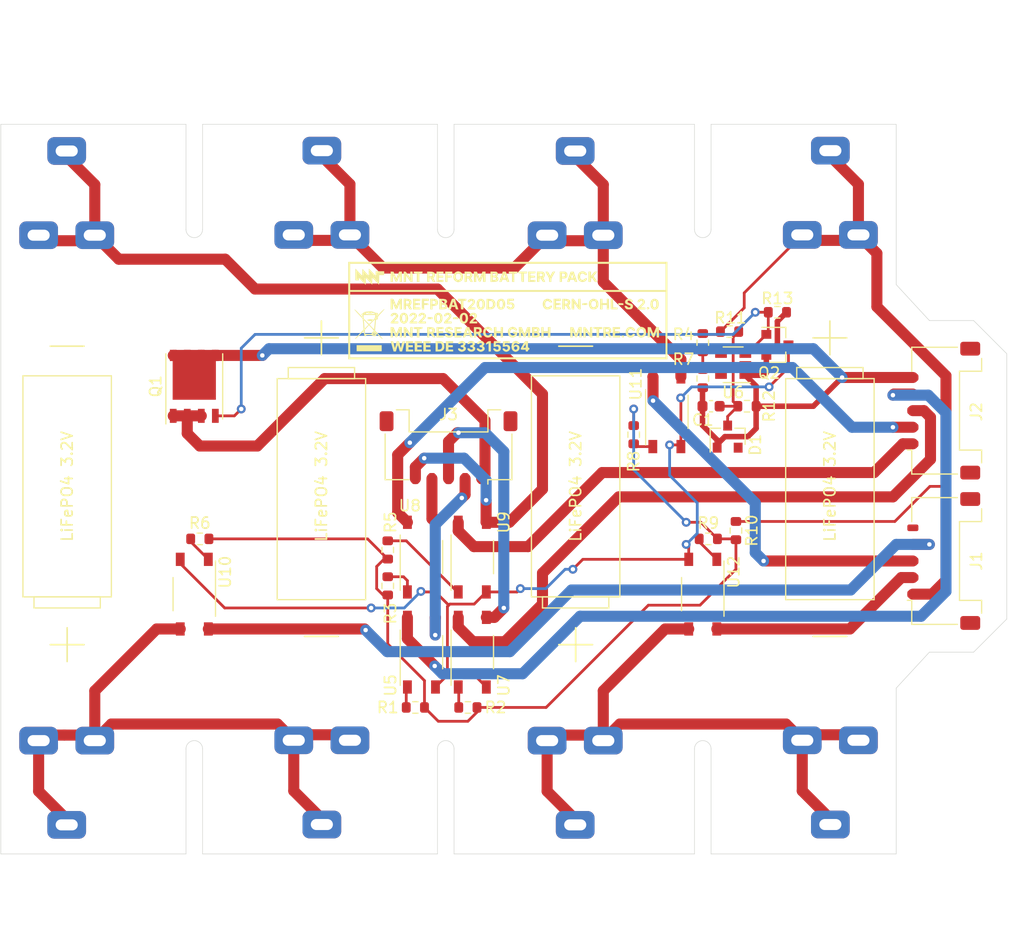
<source format=kicad_pcb>
(kicad_pcb (version 20171130) (host pcbnew 5.99.0+really5.1.10+dfsg1-1)
  (layers (0 F.Cu signal) (31 B.Cu signal) (34 B.Paste user) (35 F.Paste user) (36 B.SilkS user) (37 F.SilkS user) (38 B.Mask user) (39 F.Mask user) (44 Edge.Cuts user))
  (net 0 "")
  (net 1 "Net-(J1-Pad5)")
  (net 2 "Net-(R1-Pad1)")
  (net 3 /V5)
  (net 4 /V4)
  (net 5 /V3)
  (net 6 /V2)
  (net 7 "Net-(R4-Pad1)")
  (net 8 "Net-(R5-Pad1)")
  (net 9 "Net-(R6-Pad1)")
  (net 10 GND)
  (net 11 /VCC)
  (net 12 /V10)
  (net 13 /V9)
  (net 14 /V8)
  (net 15 /V7)
  (net 16 "Net-(J3-Pad5)")
  (net 17 "Net-(J3-Pad4)")
  (net 18 "Net-(J3-Pad3)")
  (net 19 "Net-(J3-Pad2)")
  (net 20 "Net-(J3-Pad1)")
  (net 21 /ENLO)
  (net 22 /EN)
  (net 23 "Net-(R2-Pad1)")
  (net 24 "Net-(R3-Pad1)")
  (net 25 "Net-(R8-Pad1)")
  (net 26 "Net-(R9-Pad1)")
  (net 27 "Net-(U1-Pad1)")
  (net 28 "Net-(U11-Pad4)")
  (net 29 "Net-(U12-Pad4)")
  (net 30 ENSTACK)
  (module Connector_Molex:Molex_Pico-Lock_504050-0591_1x05-1MP_P1.50mm_Horizontal (layer F.Cu) (at 180.8 127 90)
    (fp_text reference J1 (at 0 2.95 90) (layer F.SilkS))
    (fp_text value Conn_01x05_Female)
    (pad MP smd roundrect (at 5.605 2.395 90) (size 1.25 1.8) (layers F.Cu F.Paste F.Mask) (roundrect_rratio 0.2))
    (pad MP smd roundrect (at -5.605 2.395 90) (size 1.25 1.8) (layers F.Cu F.Paste F.Mask) (roundrect_rratio 0.2))
    (pad 5 smd roundrect (at 3 -2.795 90) (size 0.6 1) (layers F.Cu F.Paste F.Mask) (net 1 "Net-(J1-Pad5)"))
    (pad 4 smd roundrect (at 1.5 -2.795 90) (size 0.6 1) (layers F.Cu F.Paste F.Mask) (net 15 /V7))
    (pad 3 smd roundrect (at 0 -2.795 90) (size 0.6 1) (layers F.Cu F.Paste F.Mask) (net 14 /V8))
    (pad 2 smd roundrect (at -1.5 -2.795 90) (size 0.6 1) (layers F.Cu F.Paste F.Mask) (net 13 /V9))
    (pad 1 smd roundrect (at -3 -2.795 90) (size 0.6 1) (layers F.Cu F.Paste F.Mask) (net 12 /V10))
  )
  (module reform2-batterypack:Keystone54 (layer F.Cu) (at 168 98)
    (fp_text reference U4 hide)
    (fp_text value KEYSTONE_54 hide)
    (fp_text user "LiFePO4 3.2V" (at 2.5 22.25 90) (layer F.SilkS))
    (fp_text user - (at 2.5 35.5) (layer F.SilkS) (effects (font (size 4 4))))
    (fp_text user + (at 2.5 8.5) (layer F.SilkS) (effects (font (size 4 4))))
    (pad 6 thru_hole roundrect (at 2.54 52.84) (size 3.5 2.5) (drill oval 2 1) (layers *.Cu *.Mask) (net 29 "Net-(U12-Pad4)"))
    (pad 5 thru_hole roundrect (at 5.08 45.22) (size 3.5 2.5) (drill oval 2 1) (layers *.Cu *.Mask) (net 29 "Net-(U12-Pad4)"))
    (pad 4 thru_hole roundrect (at 0 45.22) (size 3.5 2.5) (drill oval 2 1) (layers *.Cu *.Mask) (net 29 "Net-(U12-Pad4)"))
    (pad 3 thru_hole roundrect (at 2.54 -8.12) (size 3.5 2.5) (drill oval 2 1) (layers *.Cu *.Mask) (net 12 /V10))
    (pad 2 thru_hole roundrect (at 5.08 -0.5) (size 3.5 2.5) (drill oval 2 1) (layers *.Cu *.Mask) (net 12 /V10))
    (pad 1 thru_hole roundrect (at 0 -0.5) (size 3.5 2.5) (drill oval 2 1) (layers *.Cu *.Mask) (net 12 /V10))
  )
  (module Package_SO:MFSOP6-4_4.4x3.6mm_P1.27mm (layer F.Cu) (at 159 130 270)
    (fp_text reference U12 (at -2 -2.8 90) (layer F.SilkS))
    (fp_text value TLP176AM)
    (pad 1 smd rect (at -3.15 -1.27 270) (size 1.2 0.8) (layers F.Cu F.Paste F.Mask) (net 26 "Net-(R9-Pad1)"))
    (pad 4 smd rect (at 3.15 1.27 270) (size 1.2 0.8) (layers F.Cu F.Paste F.Mask) (net 29 "Net-(U12-Pad4)"))
    (pad 3 smd rect (at -3.15 1.27 270) (size 1.2 0.8) (layers F.Cu F.Paste F.Mask) (net 21 /ENLO))
    (pad 6 smd rect (at 3.15 -1.27 270) (size 1.2 0.8) (layers F.Cu F.Paste F.Mask) (net 13 /V9))
  )
  (module Package_SO:MFSOP6-4_4.4x3.6mm_P1.27mm (layer F.Cu) (at 155.75 113.5 90)
    (fp_text reference U11 (at 2.5 -2.8 90) (layer F.SilkS))
    (fp_text value TLP176AM)
    (pad 1 smd rect (at -3.15 -1.27 90) (size 1.2 0.8) (layers F.Cu F.Paste F.Mask) (net 25 "Net-(R8-Pad1)"))
    (pad 4 smd rect (at 3.15 1.27 90) (size 1.2 0.8) (layers F.Cu F.Paste F.Mask) (net 28 "Net-(U11-Pad4)"))
    (pad 3 smd rect (at -3.15 1.27 90) (size 1.2 0.8) (layers F.Cu F.Paste F.Mask) (net 21 /ENLO))
    (pad 6 smd rect (at 3.15 -1.27 90) (size 1.2 0.8) (layers F.Cu F.Paste F.Mask) (net 14 /V8))
  )
  (module Package_SO:MFSOP6-4_4.4x3.6mm_P1.27mm (layer F.Cu) (at 113 130 270)
    (fp_text reference U10 (at -2 -2.8 90) (layer F.SilkS))
    (fp_text value TLP176AM)
    (pad 1 smd rect (at -3.15 -1.27 270) (size 1.2 0.8) (layers F.Cu F.Paste F.Mask) (net 9 "Net-(R6-Pad1)"))
    (pad 4 smd rect (at 3.15 1.27 270) (size 1.2 0.8) (layers F.Cu F.Paste F.Mask) (net 27 "Net-(U1-Pad1)"))
    (pad 3 smd rect (at -3.15 1.27 270) (size 1.2 0.8) (layers F.Cu F.Paste F.Mask) (net 21 /ENLO))
    (pad 6 smd rect (at 3.15 -1.27 270) (size 1.2 0.8) (layers F.Cu F.Paste F.Mask) (net 15 /V7))
  )
  (module Package_SO:MFSOP6-4_4.4x3.6mm_P1.27mm (layer F.Cu) (at 138.15 126.65 90)
    (fp_text reference U9 (at 3.15 2.85 90) (layer F.SilkS))
    (fp_text value TLP176AM)
    (pad 1 smd rect (at -3.15 -1.27 90) (size 1.2 0.8) (layers F.Cu F.Paste F.Mask) (net 8 "Net-(R5-Pad1)"))
    (pad 4 smd rect (at 3.15 1.27 90) (size 1.2 0.8) (layers F.Cu F.Paste F.Mask) (net 16 "Net-(J3-Pad5)"))
    (pad 3 smd rect (at -3.15 1.27 90) (size 1.2 0.8) (layers F.Cu F.Paste F.Mask) (net 21 /ENLO))
    (pad 6 smd rect (at 3.15 -1.27 90) (size 1.2 0.8) (layers F.Cu F.Paste F.Mask) (net 3 /V5))
  )
  (module Package_SO:MFSOP6-4_4.4x3.6mm_P1.27mm (layer F.Cu) (at 133.55 126.65 90)
    (fp_text reference U8 (at 4.65 -1.05) (layer F.SilkS))
    (fp_text value TLP176AM)
    (pad 1 smd rect (at -3.15 -1.27 90) (size 1.2 0.8) (layers F.Cu F.Paste F.Mask) (net 24 "Net-(R3-Pad1)"))
    (pad 4 smd rect (at 3.15 1.27 90) (size 1.2 0.8) (layers F.Cu F.Paste F.Mask) (net 17 "Net-(J3-Pad4)"))
    (pad 3 smd rect (at -3.15 1.27 90) (size 1.2 0.8) (layers F.Cu F.Paste F.Mask) (net 21 /ENLO))
    (pad 6 smd rect (at 3.15 -1.27 90) (size 1.2 0.8) (layers F.Cu F.Paste F.Mask) (net 4 /V4))
  )
  (module Package_SO:MFSOP6-4_4.4x3.6mm_P1.27mm (layer F.Cu) (at 138.15 135.25 90)
    (fp_text reference U7 (at -3 2.85 90) (layer F.SilkS))
    (fp_text value TLP176AM)
    (pad 1 smd rect (at -3.15 -1.27 90) (size 1.2 0.8) (layers F.Cu F.Paste F.Mask) (net 23 "Net-(R2-Pad1)"))
    (pad 4 smd rect (at 3.15 1.27 90) (size 1.2 0.8) (layers F.Cu F.Paste F.Mask) (net 18 "Net-(J3-Pad3)"))
    (pad 3 smd rect (at -3.15 1.27 90) (size 1.2 0.8) (layers F.Cu F.Paste F.Mask) (net 21 /ENLO))
    (pad 6 smd rect (at 3.15 -1.27 90) (size 1.2 0.8) (layers F.Cu F.Paste F.Mask) (net 5 /V3))
  )
  (module Package_SO:MFSOP6-4_4.4x3.6mm_P1.27mm (layer F.Cu) (at 133.55 135.25 90)
    (fp_text reference U5 (at -3 -2.8 90) (layer F.SilkS))
    (fp_text value TLP176AM)
    (pad 1 smd rect (at -3.15 -1.27 90) (size 1.2 0.8) (layers F.Cu F.Paste F.Mask) (net 2 "Net-(R1-Pad1)"))
    (pad 4 smd rect (at 3.15 1.27 90) (size 1.2 0.8) (layers F.Cu F.Paste F.Mask) (net 19 "Net-(J3-Pad2)"))
    (pad 3 smd rect (at -3.15 1.27 90) (size 1.2 0.8) (layers F.Cu F.Paste F.Mask) (net 21 /ENLO))
    (pad 6 smd rect (at 3.15 -1.27 90) (size 1.2 0.8) (layers F.Cu F.Paste F.Mask) (net 6 /V2))
  )
  (module Resistor_SMD:R_0603_1608Metric (layer F.Cu) (at 165.75 104.5 180)
    (fp_text reference R13 (at 0 1.25) (layer F.SilkS))
    (fp_text value 120k)
    (pad 2 smd roundrect (at 0.825 0 180) (size 0.8 0.95) (layers F.Cu F.Paste F.Mask) (net 30 ENSTACK))
    (pad 1 smd roundrect (at -0.825 0 180) (size 0.8 0.95) (layers F.Cu F.Paste F.Mask) (net 10 GND))
  )
  (module Resistor_SMD:R_0603_1608Metric (layer F.Cu) (at 163 113 180)
    (fp_text reference R12 (at -2 0 90) (layer F.SilkS))
    (fp_text value 200k)
    (pad 2 smd roundrect (at 0.825 0 180) (size 0.8 0.95) (layers F.Cu F.Paste F.Mask) (net 11 /VCC))
    (pad 1 smd roundrect (at -0.825 0 180) (size 0.8 0.95) (layers F.Cu F.Paste F.Mask) (net 10 GND))
  )
  (module Resistor_SMD:R_0603_1608Metric (layer F.Cu) (at 161.425 106.25 180)
    (fp_text reference R11 (at -0.075 1.25) (layer F.SilkS))
    (fp_text value 1M)
    (pad 2 smd roundrect (at 0.825 0 180) (size 0.8 0.95) (layers F.Cu F.Paste F.Mask) (net 12 /V10))
    (pad 1 smd roundrect (at -0.825 0 180) (size 0.8 0.95) (layers F.Cu F.Paste F.Mask) (net 11 /VCC))
  )
  (module Resistor_SMD:R_0603_1608Metric (layer F.Cu) (at 162 124.25 270)
    (fp_text reference R10 (at 0 -1.43 90) (layer F.SilkS))
    (fp_text value 0)
    (pad 2 smd roundrect (at 0.825 0 270) (size 0.8 0.95) (layers F.Cu F.Paste F.Mask) (net 22 /EN))
    (pad 1 smd roundrect (at -0.825 0 270) (size 0.8 0.95) (layers F.Cu F.Paste F.Mask) (net 12 /V10))
  )
  (module Resistor_SMD:R_0603_1608Metric (layer F.Cu) (at 159.5 125)
    (fp_text reference R9 (at 0 -1.43) (layer F.SilkS))
    (fp_text value 2k)
    (pad 2 smd roundrect (at 0.825 0) (size 0.8 0.95) (layers F.Cu F.Paste F.Mask) (net 22 /EN))
    (pad 1 smd roundrect (at -0.825 0) (size 0.8 0.95) (layers F.Cu F.Paste F.Mask) (net 26 "Net-(R9-Pad1)"))
  )
  (module Resistor_SMD:R_0603_1608Metric (layer F.Cu) (at 152.75 115.575 90)
    (fp_text reference R8 (at -2.425 0 90) (layer F.SilkS))
    (fp_text value 2k)
    (pad 2 smd roundrect (at 0.825 0 90) (size 0.8 0.95) (layers F.Cu F.Paste F.Mask) (net 22 /EN))
    (pad 1 smd roundrect (at -0.825 0 90) (size 0.8 0.95) (layers F.Cu F.Paste F.Mask) (net 25 "Net-(R8-Pad1)"))
  )
  (module Resistor_SMD:R_0603_1608Metric (layer F.Cu) (at 113.5 125)
    (fp_text reference R6 (at 0 -1.43) (layer F.SilkS))
    (fp_text value 2k)
    (pad 2 smd roundrect (at 0.825 0) (size 0.8 0.95) (layers F.Cu F.Paste F.Mask) (net 22 /EN))
    (pad 1 smd roundrect (at -0.825 0) (size 0.8 0.95) (layers F.Cu F.Paste F.Mask) (net 9 "Net-(R6-Pad1)"))
  )
  (module Resistor_SMD:R_0603_1608Metric (layer F.Cu) (at 130.5 126 270)
    (fp_text reference R5 (at -2.5 -0.25 90) (layer F.SilkS))
    (fp_text value 2k)
    (pad 2 smd roundrect (at 0.825 0 270) (size 0.8 0.95) (layers F.Cu F.Paste F.Mask) (net 22 /EN))
    (pad 1 smd roundrect (at -0.825 0 270) (size 0.8 0.95) (layers F.Cu F.Paste F.Mask) (net 8 "Net-(R5-Pad1)"))
  )
  (module Resistor_SMD:R_0603_1608Metric (layer F.Cu) (at 130.5 129.25 270)
    (fp_text reference R3 (at 2.5 -0.25 90) (layer F.SilkS))
    (fp_text value 2k)
    (pad 2 smd roundrect (at 0.825 0 270) (size 0.8 0.95) (layers F.Cu F.Paste F.Mask) (net 22 /EN))
    (pad 1 smd roundrect (at -0.825 0 270) (size 0.8 0.95) (layers F.Cu F.Paste F.Mask) (net 24 "Net-(R3-Pad1)"))
  )
  (module Resistor_SMD:R_0603_1608Metric (layer F.Cu) (at 137.75 140.25)
    (fp_text reference R2 (at 2.5 0) (layer F.SilkS))
    (fp_text value 2k)
    (pad 2 smd roundrect (at 0.825 0) (size 0.8 0.95) (layers F.Cu F.Paste F.Mask) (net 22 /EN))
    (pad 1 smd roundrect (at -0.825 0) (size 0.8 0.95) (layers F.Cu F.Paste F.Mask) (net 23 "Net-(R2-Pad1)"))
  )
  (module Resistor_SMD:R_0603_1608Metric (layer F.Cu) (at 133 140.25)
    (fp_text reference R1 (at -2.5 0) (layer F.SilkS))
    (fp_text value 2k)
    (pad 2 smd roundrect (at 0.825 0) (size 0.8 0.95) (layers F.Cu F.Paste F.Mask) (net 22 /EN))
    (pad 1 smd roundrect (at -0.825 0) (size 0.8 0.95) (layers F.Cu F.Paste F.Mask) (net 2 "Net-(R1-Pad1)"))
  )
  (module Package_TO_SOT_SMD:SOT-23 (layer F.Cu) (at 165.75 107.45)
    (fp_text reference Q2 (at -0.75 2.55) (layer F.SilkS))
    (fp_text value PMV50ENEAR)
    (pad 3 smd rect (at 1 0) (size 0.9 0.8) (layers F.Cu F.Paste F.Mask) (net 21 /ENLO))
    (pad 2 smd rect (at -1 0.95) (size 0.9 0.8) (layers F.Cu F.Paste F.Mask) (net 10 GND))
    (pad 1 smd rect (at -1 -0.95) (size 0.9 0.8) (layers F.Cu F.Paste F.Mask) (net 30 ENSTACK))
  )
  (module Package_SO:PowerPAK_SO-8_Single (layer F.Cu) (at 113 111.2 90)
    (fp_text reference Q1 (at 0 -3.5 90) (layer F.SilkS))
    (fp_text value Si7450DP)
    (pad 5 smd rect (at 0.69 0 90) (size 3.81 3.91) (layers F.Cu F.Paste F.Mask) (net 10 GND))
    (pad 5 smd rect (at 2.795 -1.905 90) (size 1.02 0.61) (layers F.Cu F.Paste F.Mask) (net 10 GND))
    (pad 5 smd rect (at 2.795 -0.635 90) (size 1.02 0.61) (layers F.Cu F.Paste F.Mask) (net 10 GND))
    (pad 5 smd rect (at 2.795 0.635 90) (size 1.02 0.61) (layers F.Cu F.Paste F.Mask) (net 10 GND))
    (pad 5 smd rect (at 2.795 1.905 90) (size 1.02 0.61) (layers F.Cu F.Paste F.Mask) (net 10 GND))
    (pad 4 smd rect (at -2.67 1.905 90) (size 1.27 0.61) (layers F.Cu F.Paste F.Mask) (net 30 ENSTACK))
    (pad 3 smd rect (at -2.67 0.635 90) (size 1.27 0.61) (layers F.Cu F.Paste F.Mask) (net 20 "Net-(J3-Pad1)"))
    (pad 2 smd rect (at -2.67 -0.635 90) (size 1.27 0.61) (layers F.Cu F.Paste F.Mask) (net 20 "Net-(J3-Pad1)"))
    (pad 1 smd rect (at -2.67 -1.905 90) (size 1.27 0.61) (layers F.Cu F.Paste F.Mask) (net 20 "Net-(J3-Pad1)"))
  )
  (module Connector_Molex:Molex_Pico-Lock_504050-0591_1x05-1MP_P1.50mm_Horizontal (layer F.Cu) (at 136 116.75 180)
    (fp_text reference J3 (at 0 3) (layer F.SilkS))
    (fp_text value Conn_01x05_Female)
    (pad MP smd roundrect (at 5.605 2.395 180) (size 1.25 1.8) (layers F.Cu F.Paste F.Mask) (roundrect_rratio 0.2))
    (pad MP smd roundrect (at -5.605 2.395 180) (size 1.25 1.8) (layers F.Cu F.Paste F.Mask) (roundrect_rratio 0.2))
    (pad 5 smd roundrect (at 3 -2.795 180) (size 0.6 1) (layers F.Cu F.Paste F.Mask) (net 16 "Net-(J3-Pad5)"))
    (pad 4 smd roundrect (at 1.5 -2.795 180) (size 0.6 1) (layers F.Cu F.Paste F.Mask) (net 17 "Net-(J3-Pad4)"))
    (pad 3 smd roundrect (at 0 -2.795 180) (size 0.6 1) (layers F.Cu F.Paste F.Mask) (net 18 "Net-(J3-Pad3)"))
    (pad 2 smd roundrect (at -1.5 -2.795 180) (size 0.6 1) (layers F.Cu F.Paste F.Mask) (net 19 "Net-(J3-Pad2)"))
    (pad 1 smd roundrect (at -3 -2.795 180) (size 0.6 1) (layers F.Cu F.Paste F.Mask) (net 20 "Net-(J3-Pad1)"))
  )
  (module Connector_Molex:Molex_Pico-Lock_504050-0591_1x05-1MP_P1.50mm_Horizontal (layer F.Cu) (at 180.8 113.4 90)
    (fp_text reference J2 (at -0.1 2.95 90) (layer F.SilkS))
    (fp_text value Conn_01x05_Female)
    (pad MP smd roundrect (at 5.605 2.395 90) (size 1.25 1.8) (layers F.Cu F.Paste F.Mask) (roundrect_rratio 0.2))
    (pad MP smd roundrect (at -5.605 2.395 90) (size 1.25 1.8) (layers F.Cu F.Paste F.Mask) (roundrect_rratio 0.2))
    (pad 5 smd roundrect (at 3 -2.795 90) (size 0.6 1) (layers F.Cu F.Paste F.Mask) (net 10 GND))
    (pad 4 smd roundrect (at 1.5 -2.795 90) (size 0.6 1) (layers F.Cu F.Paste F.Mask) (net 6 /V2))
    (pad 3 smd roundrect (at 0 -2.795 90) (size 0.6 1) (layers F.Cu F.Paste F.Mask) (net 5 /V3))
    (pad 2 smd roundrect (at -1.5 -2.795 90) (size 0.6 1) (layers F.Cu F.Paste F.Mask) (net 4 /V4))
    (pad 1 smd roundrect (at -3 -2.795 90) (size 0.6 1) (layers F.Cu F.Paste F.Mask) (net 3 /V5))
  )
  (module Diode_SMD:D_SOT-23_ANK (layer F.Cu) (at 161.25 115.75 90)
    (fp_text reference D1 (at -0.75 2.5 90) (layer F.SilkS))
    (fp_text value BZX84-C5V6,215)
    (pad 1 smd rect (at 1 0 90) (size 0.9 0.8) (layers F.Cu F.Paste F.Mask) (net 11 /VCC))
    (pad "" smd rect (at -1 0.95 90) (size 0.9 0.8) (layers F.Cu F.Paste F.Mask))
    (pad 2 smd rect (at -1 -0.95 90) (size 0.9 0.8) (layers F.Cu F.Paste F.Mask) (net 10 GND))
  )
  (module Capacitor_SMD:C_0603_1608Metric (layer F.Cu) (at 159.75 113 180)
    (fp_text reference C1 (at 0.75 -1.25) (layer F.SilkS))
    (fp_text value 1uF)
    (pad 2 smd roundrect (at 0.775 0 180) (size 0.9 0.95) (layers F.Cu F.Paste F.Mask) (net 10 GND))
    (pad 1 smd roundrect (at -0.775 0 180) (size 0.9 0.95) (layers F.Cu F.Paste F.Mask) (net 11 /VCC))
  )
  (module Package_TO_SOT_SMD:SOT-23-5 (layer F.Cu) (at 161.75 109.25 180)
    (fp_text reference U6 (at 0 -2.5) (layer F.SilkS))
    (fp_text value CN301)
    (pad 5 smd rect (at 1.1 -0.95 180) (size 1.06 0.65) (layers F.Cu F.Paste F.Mask))
    (pad 4 smd rect (at 1.1 0.95 180) (size 1.06 0.65) (layers F.Cu F.Paste F.Mask) (net 7 "Net-(R4-Pad1)"))
    (pad 3 smd rect (at -1.1 0.95 180) (size 1.06 0.65) (layers F.Cu F.Paste F.Mask) (net 30 ENSTACK))
    (pad 2 smd rect (at -1.1 0 180) (size 1.06 0.65) (layers F.Cu F.Paste F.Mask) (net 11 /VCC))
    (pad 1 smd rect (at -1.1 -0.95 180) (size 1.06 0.65) (layers F.Cu F.Paste F.Mask) (net 10 GND))
  )
  (module Resistor_SMD:R_0603_1608Metric (layer F.Cu) (at 159 110.5 90)
    (fp_text reference R7 (at 1.75 -1.75 180) (layer F.SilkS))
    (fp_text value 120k)
    (pad 2 smd roundrect (at 0.825 0 90) (size 0.8 0.95) (layers F.Cu F.Paste F.Mask) (net 7 "Net-(R4-Pad1)"))
    (pad 1 smd roundrect (at -0.825 0 90) (size 0.8 0.95) (layers F.Cu F.Paste F.Mask) (net 10 GND))
  )
  (module Resistor_SMD:R_0603_1608Metric (layer F.Cu) (at 159 107.25 90)
    (fp_text reference R4 (at 0.75 -1.75 180) (layer F.SilkS))
    (fp_text value 2M)
    (pad 2 smd roundrect (at 0.825 0 90) (size 0.8 0.95) (layers F.Cu F.Paste F.Mask) (net 12 /V10))
    (pad 1 smd roundrect (at -0.825 0 90) (size 0.8 0.95) (layers F.Cu F.Paste F.Mask) (net 7 "Net-(R4-Pad1)"))
  )
  (module reform2-batterypack:reform2-batterypack-badge-d5 (layer F.Cu) (at 141.35 104.35)
    (fp_text reference H9 hide)
    (fp_text value LOGO hide)
  )
  (module reform2-batterypack:Keystone54 (layer F.Cu) (at 150 142.75 180)
    (fp_text reference U3 hide)
    (fp_text value KEYSTONE_54 hide)
    (fp_text user "LiFePO4 3.2V" (at 2.5 22.5 90) (layer F.SilkS))
    (fp_text user - (at 2.5 35.5) (layer F.SilkS) (effects (font (size 4 4))))
    (fp_text user + (at 2.5 8.5) (layer F.SilkS) (effects (font (size 4 4))))
    (pad 6 thru_hole roundrect (at 2.54 52.84 180) (size 3.5 2.5) (drill oval 2 1) (layers *.Cu *.Mask) (net 28 "Net-(U11-Pad4)"))
    (pad 5 thru_hole roundrect (at 5.08 45.22 180) (size 3.5 2.5) (drill oval 2 1) (layers *.Cu *.Mask) (net 28 "Net-(U11-Pad4)"))
    (pad 4 thru_hole roundrect (at 0 45.22 180) (size 3.5 2.5) (drill oval 2 1) (layers *.Cu *.Mask) (net 28 "Net-(U11-Pad4)"))
    (pad 3 thru_hole roundrect (at 2.54 -8.12 180) (size 3.5 2.5) (drill oval 2 1) (layers *.Cu *.Mask) (net 29 "Net-(U12-Pad4)"))
    (pad 2 thru_hole roundrect (at 5.08 -0.5 180) (size 3.5 2.5) (drill oval 2 1) (layers *.Cu *.Mask) (net 29 "Net-(U12-Pad4)"))
    (pad 1 thru_hole roundrect (at 0 -0.5 180) (size 3.5 2.5) (drill oval 2 1) (layers *.Cu *.Mask) (net 29 "Net-(U12-Pad4)"))
  )
  (module reform2-batterypack:Keystone54 (layer F.Cu) (at 122 98)
    (fp_text reference U2 hide)
    (fp_text value KEYSTONE_54 hide)
    (fp_text user "LiFePO4 3.2V" (at 2.5 22.25 90) (layer F.SilkS))
    (fp_text user - (at 2.5 35.5) (layer F.SilkS) (effects (font (size 4 4))))
    (fp_text user + (at 2.5 8.5) (layer F.SilkS) (effects (font (size 4 4))))
    (pad 6 thru_hole roundrect (at 2.54 52.84) (size 3.5 2.5) (drill oval 2 1) (layers *.Cu *.Mask) (net 27 "Net-(U1-Pad1)"))
    (pad 5 thru_hole roundrect (at 5.08 45.22) (size 3.5 2.5) (drill oval 2 1) (layers *.Cu *.Mask) (net 27 "Net-(U1-Pad1)"))
    (pad 4 thru_hole roundrect (at 0 45.22) (size 3.5 2.5) (drill oval 2 1) (layers *.Cu *.Mask) (net 27 "Net-(U1-Pad1)"))
    (pad 3 thru_hole roundrect (at 2.54 -8.12) (size 3.5 2.5) (drill oval 2 1) (layers *.Cu *.Mask) (net 28 "Net-(U11-Pad4)"))
    (pad 2 thru_hole roundrect (at 5.08 -0.5) (size 3.5 2.5) (drill oval 2 1) (layers *.Cu *.Mask) (net 28 "Net-(U11-Pad4)"))
    (pad 1 thru_hole roundrect (at 0 -0.5) (size 3.5 2.5) (drill oval 2 1) (layers *.Cu *.Mask) (net 28 "Net-(U11-Pad4)"))
  )
  (module reform2-batterypack:Keystone54 (layer F.Cu) (at 104 142.75 180)
    (fp_text reference U1 hide)
    (fp_text value KEYSTONE_54 hide)
    (fp_text user + (at 2.5 8.5 180) (layer F.SilkS) (effects (font (size 4 4))))
    (fp_text user - (at 2.5 35.5 180) (layer F.SilkS) (effects (font (size 4 4))))
    (fp_text user "LiFePO4 3.2V" (at 2.5 22.5 270) (layer F.SilkS))
    (pad 1 thru_hole roundrect (at 0 -0.5 180) (size 3.5 2.5) (drill oval 2 1) (layers *.Cu *.Mask) (net 27 "Net-(U1-Pad1)"))
    (pad 2 thru_hole roundrect (at 5.08 -0.5 180) (size 3.5 2.5) (drill oval 2 1) (layers *.Cu *.Mask) (net 27 "Net-(U1-Pad1)"))
    (pad 3 thru_hole roundrect (at 2.54 -8.12 180) (size 3.5 2.5) (drill oval 2 1) (layers *.Cu *.Mask) (net 27 "Net-(U1-Pad1)"))
    (pad 4 thru_hole roundrect (at 0 45.22 180) (size 3.5 2.5) (drill oval 2 1) (layers *.Cu *.Mask) (net 16 "Net-(J3-Pad5)"))
    (pad 5 thru_hole roundrect (at 5.08 45.22 180) (size 3.5 2.5) (drill oval 2 1) (layers *.Cu *.Mask) (net 16 "Net-(J3-Pad5)"))
    (pad 6 thru_hole roundrect (at 2.54 52.84 180) (size 3.5 2.5) (drill oval 2 1) (layers *.Cu *.Mask) (net 16 "Net-(J3-Pad5)"))
  )
  (module MountingHole:MountingHole_2.2mm_M2 (layer F.Cu) (at 159 138)
    (fp_text reference H8 hide)
    (fp_text value MountingHole)
    (pad 1 np_thru_hole circle (at 0 0) (size 2.2 2.2) (drill 2.2) (layers *.Cu *.Mask))
  )
  (module MountingHole:MountingHole_2.2mm_M2 (layer F.Cu) (at 113 138)
    (fp_text reference H7 hide)
    (fp_text value MountingHole)
    (pad 1 np_thru_hole circle (at 0 0) (size 2.2 2.2) (drill 2.2) (layers *.Cu *.Mask))
  )
  (module MountingHole:MountingHole_2.2mm_M2 (layer F.Cu) (at 159 103)
    (fp_text reference H6 hide)
    (fp_text value MountingHole)
    (pad 1 np_thru_hole circle (at 0 0) (size 2.2 2.2) (drill 2.2) (layers *.Cu *.Mask))
  )
  (module MountingHole:MountingHole_2.2mm_M2 (layer F.Cu) (at 113 103)
    (fp_text reference H5 hide)
    (fp_text value MountingHole)
    (pad 1 np_thru_hole circle (at 0 0) (size 2.2 2.2) (drill 2.2) (layers *.Cu *.Mask))
  )
  (gr_line (start 159.75 153.5) (end 159.75 144) (layer Edge.Cuts) (width 0.05))
  (gr_line (start 158.25 144) (end 158.25 153.5) (layer Edge.Cuts) (width 0.05))
  (gr_arc (start 159 144) (end 159.75 144) (angle -180) (layer Edge.Cuts) (width 0.05))
  (gr_arc (start 135.75 144) (end 136.5 144) (angle -180) (layer Edge.Cuts) (width 0.05))
  (gr_line (start 136.5 153.5) (end 136.5 144) (layer Edge.Cuts) (width 0.05))
  (gr_line (start 135 144) (end 135 153.5) (layer Edge.Cuts) (width 0.05))
  (gr_arc (start 113 144) (end 113.75 144) (angle -180) (layer Edge.Cuts) (width 0.05))
  (gr_line (start 113.75 153.5) (end 113.75 144) (layer Edge.Cuts) (width 0.05))
  (gr_line (start 112.25 144) (end 112.25 153.5) (layer Edge.Cuts) (width 0.05))
  (gr_arc (start 159 97) (end 158.25 97) (angle -180) (layer Edge.Cuts) (width 0.05))
  (gr_arc (start 135.75 97) (end 135 97) (angle -180) (layer Edge.Cuts) (width 0.05))
  (gr_arc (start 113 97) (end 112.25 97) (angle -180) (layer Edge.Cuts) (width 0.05))
  (gr_line (start 176.5 153.5) (end 159.75 153.5) (layer Edge.Cuts) (width 0.05))
  (gr_line (start 158.25 153.5) (end 136.5 153.5) (layer Edge.Cuts) (width 0.05))
  (gr_line (start 135 153.5) (end 113.75 153.5) (layer Edge.Cuts) (width 0.05))
  (gr_line (start 112.25 153.5) (end 95.5 153.5) (layer Edge.Cuts) (width 0.05))
  (gr_line (start 158.25 87.5) (end 158.25 97) (layer Edge.Cuts) (width 0.05))
  (gr_line (start 159.75 87.5) (end 176.5 87.5) (layer Edge.Cuts) (width 0.05))
  (gr_line (start 159.75 97) (end 159.75 87.5) (layer Edge.Cuts) (width 0.05))
  (gr_line (start 135 87.5) (end 135 97) (layer Edge.Cuts) (width 0.05))
  (gr_line (start 136.5 97) (end 136.5 87.5) (layer Edge.Cuts) (width 0.05))
  (gr_line (start 136.5 87.5) (end 158.25 87.5) (layer Edge.Cuts) (width 0.05))
  (gr_line (start 113.75 87.5) (end 135 87.5) (layer Edge.Cuts) (width 0.05))
  (gr_line (start 113.75 97) (end 113.75 87.5) (layer Edge.Cuts) (width 0.05))
  (gr_line (start 112.25 87.5) (end 112.25 97) (layer Edge.Cuts) (width 0.05))
  (gr_line (start 179.5 135.25) (end 176.5 138.5) (layer Edge.Cuts) (width 0.05))
  (gr_line (start 183.5 135.25) (end 179.5 135.25) (layer Edge.Cuts) (width 0.05))
  (gr_line (start 186.5 132.25) (end 183.5 135.25) (layer Edge.Cuts) (width 0.05))
  (gr_line (start 186.5 108.25) (end 186.5 132.25) (layer Edge.Cuts) (width 0.05))
  (gr_line (start 183.5 105.25) (end 186.5 108.25) (layer Edge.Cuts) (width 0.05))
  (gr_line (start 179.5 105.25) (end 183.5 105.25) (layer Edge.Cuts) (width 0.05))
  (gr_line (start 176.5 102) (end 179.5 105.25) (layer Edge.Cuts) (width 0.05))
  (gr_line (start 176.5 153.5) (end 176.5 138.5) (layer Edge.Cuts) (width 0.05))
  (gr_line (start 176.5 102) (end 176.5 87.5) (layer Edge.Cuts) (width 0.05))
  (gr_line (start 95.5 153.5) (end 95.5 87.5) (layer Edge.Cuts) (width 0.05))
  (gr_line (start 95.5 87.5) (end 112.25 87.5) (layer Edge.Cuts) (width 0.05))
  (segment (start 132.175 138.505) (end 132.28 138.4) (width 0.25) (layer F.Cu) (net 2))
  (segment (start 132.175 140.25) (end 132.175 138.505) (width 0.25) (layer F.Cu) (net 2))
  (segment (start 136.88 124.28) (end 136.88 123.5) (width 1) (layer F.Cu) (net 3))
  (segment (start 138.3 125.7) (end 136.88 124.28) (width 1) (layer F.Cu) (net 3))
  (segment (start 143.2 125.7) (end 138.3 125.7) (width 1) (layer F.Cu) (net 3))
  (segment (start 149.9 119) (end 143.2 125.7) (width 1) (layer F.Cu) (net 3))
  (segment (start 174.5 119) (end 149.9 119) (width 1) (layer F.Cu) (net 3))
  (segment (start 177.1 116.4) (end 174.5 119) (width 1) (layer F.Cu) (net 3))
  (segment (start 178.005 116.4) (end 177.1 116.4) (width 1) (layer F.Cu) (net 3))
  (via (at 132.5 116.3) (size 0.8) (drill 0.4) (layers F.Cu B.Cu) (net 4))
  (via (at 176.2 114.9) (size 0.8) (drill 0.4) (layers F.Cu B.Cu) (net 4))
  (segment (start 176.2 114.9) (end 178.005 114.9) (width 1) (layer F.Cu) (net 4))
  (segment (start 167.1 109.5) (end 172.5 114.9) (width 1) (layer B.Cu) (net 4))
  (segment (start 172.5 114.9) (end 176.2 114.9) (width 1) (layer B.Cu) (net 4))
  (segment (start 139.3 109.5) (end 167.1 109.5) (width 1) (layer B.Cu) (net 4))
  (segment (start 132.5 116.3) (end 139.3 109.5) (width 1) (layer B.Cu) (net 4))
  (segment (start 131.4 117.4) (end 132.5 116.3) (width 1) (layer F.Cu) (net 4))
  (segment (start 131.4 122.62) (end 131.4 117.4) (width 1) (layer F.Cu) (net 4))
  (segment (start 132.28 123.5) (end 131.4 122.62) (width 1) (layer F.Cu) (net 4))
  (segment (start 138.2 134.3) (end 136.88 132.98) (width 1) (layer F.Cu) (net 5))
  (segment (start 141.1 134.3) (end 138.2 134.3) (width 1) (layer F.Cu) (net 5))
  (segment (start 136.88 132.98) (end 136.88 132.1) (width 1) (layer F.Cu) (net 5))
  (segment (start 144.5 130.9) (end 141.1 134.3) (width 1) (layer F.Cu) (net 5))
  (segment (start 176.2 121.2) (end 151.4 121.2) (width 1) (layer F.Cu) (net 5))
  (segment (start 144.5 128.1) (end 144.5 130.9) (width 1) (layer F.Cu) (net 5))
  (segment (start 151.4 121.2) (end 144.5 128.1) (width 1) (layer F.Cu) (net 5))
  (segment (start 179.6 117.8) (end 176.2 121.2) (width 1) (layer F.Cu) (net 5))
  (segment (start 179.6 114) (end 179.6 117.8) (width 1) (layer F.Cu) (net 5))
  (segment (start 179 113.4) (end 179.6 114) (width 1) (layer F.Cu) (net 5))
  (segment (start 178.005 113.4) (end 179 113.4) (width 1) (layer F.Cu) (net 5))
  (via (at 134.75 136.5) (size 0.8) (drill 0.4) (layers F.Cu B.Cu) (net 6))
  (segment (start 132.28 134.03) (end 134.75 136.5) (width 1) (layer F.Cu) (net 6))
  (segment (start 132.28 132.1) (end 132.28 134.03) (width 1) (layer F.Cu) (net 6))
  (via (at 176.2 112) (size 0.8) (drill 0.4) (layers F.Cu B.Cu) (net 6))
  (segment (start 176.3 111.9) (end 178.005 111.9) (width 1) (layer F.Cu) (net 6))
  (segment (start 176.2 112) (end 176.3 111.9) (width 1) (layer F.Cu) (net 6))
  (segment (start 179.4 112) (end 176.2 112) (width 1) (layer B.Cu) (net 6))
  (segment (start 181 113.6) (end 179.4 112) (width 1) (layer B.Cu) (net 6))
  (segment (start 181 129.75) (end 181 113.6) (width 1) (layer B.Cu) (net 6))
  (segment (start 178.75 132) (end 181 129.75) (width 1) (layer B.Cu) (net 6))
  (segment (start 147.9 132) (end 178.75 132) (width 1) (layer B.Cu) (net 6))
  (segment (start 142.7 137.2) (end 147.9 132) (width 1) (layer B.Cu) (net 6))
  (segment (start 135.45 137.2) (end 142.7 137.2) (width 1) (layer B.Cu) (net 6))
  (segment (start 134.75 136.5) (end 135.45 137.2) (width 1) (layer B.Cu) (net 6))
  (segment (start 160.425 108.075) (end 160.65 108.3) (width 0.25) (layer F.Cu) (net 7))
  (segment (start 159 108.075) (end 160.425 108.075) (width 0.25) (layer F.Cu) (net 7))
  (segment (start 159 109.675) (end 159 108.075) (width 0.25) (layer F.Cu) (net 7))
  (segment (start 136.8 129.8) (end 136.88 129.8) (width 0.25) (layer F.Cu) (net 8))
  (segment (start 132.175 125.175) (end 136.8 129.8) (width 0.25) (layer F.Cu) (net 8))
  (segment (start 130.5 125.175) (end 132.175 125.175) (width 0.25) (layer F.Cu) (net 8))
  (segment (start 112.675 125.255) (end 114.27 126.85) (width 0.25) (layer F.Cu) (net 9))
  (segment (start 112.675 125) (end 112.675 125.255) (width 0.25) (layer F.Cu) (net 9))
  (segment (start 114.905 108.405) (end 111.095 108.405) (width 1) (layer F.Cu) (net 10))
  (segment (start 113 109.04) (end 113.635 108.405) (width 1) (layer F.Cu) (net 10))
  (segment (start 113 110.51) (end 113 109.04) (width 1) (layer F.Cu) (net 10))
  (segment (start 162.9 110.15) (end 162.85 110.2) (width 0.5) (layer F.Cu) (net 10))
  (segment (start 158.975 114.725) (end 158.975 113) (width 0.5) (layer F.Cu) (net 10))
  (segment (start 160.3 116.05) (end 158.975 114.725) (width 0.5) (layer F.Cu) (net 10))
  (segment (start 160.3 116.75) (end 160.3 116.05) (width 0.5) (layer F.Cu) (net 10))
  (segment (start 158.975 111.35) (end 159 111.325) (width 0.5) (layer F.Cu) (net 10))
  (segment (start 158.975 113) (end 158.975 111.35) (width 0.5) (layer F.Cu) (net 10))
  (segment (start 163.825 115.005001) (end 163.825 113) (width 0.5) (layer F.Cu) (net 10))
  (segment (start 161 115.75) (end 163.080001 115.75) (width 0.5) (layer F.Cu) (net 10))
  (segment (start 160.3 116.45) (end 161 115.75) (width 0.5) (layer F.Cu) (net 10))
  (segment (start 163.080001 115.75) (end 163.825 115.005001) (width 0.5) (layer F.Cu) (net 10))
  (segment (start 160.3 116.75) (end 160.3 116.45) (width 0.5) (layer F.Cu) (net 10))
  (segment (start 163.825 113) (end 163.825 113.075) (width 0.5) (layer F.Cu) (net 10))
  (segment (start 163.825 111.175) (end 162.85 110.2) (width 0.5) (layer F.Cu) (net 10))
  (segment (start 163.825 113) (end 163.825 111.175) (width 0.5) (layer F.Cu) (net 10))
  (segment (start 164.75 110) (end 164.75 108.4) (width 0.5) (layer F.Cu) (net 10))
  (segment (start 164.55 110.2) (end 164.75 110) (width 0.5) (layer F.Cu) (net 10))
  (segment (start 162.85 110.2) (end 164.55 110.2) (width 0.5) (layer F.Cu) (net 10))
  (segment (start 165.75 105.325) (end 166.575 104.5) (width 0.5) (layer F.Cu) (net 10))
  (segment (start 165.75 107.4) (end 165.75 105.325) (width 0.5) (layer F.Cu) (net 10))
  (segment (start 164.75 108.4) (end 165.75 107.4) (width 0.5) (layer F.Cu) (net 10))
  (via (at 119.154992 108.404992) (size 0.8) (drill 0.4) (layers F.Cu B.Cu) (net 10))
  (segment (start 114.905 108.405) (end 119.154984 108.405) (width 1) (layer F.Cu) (net 10))
  (segment (start 119.154984 108.405) (end 119.154992 108.404992) (width 1) (layer F.Cu) (net 10))
  (via (at 171.600003 110.400003) (size 0.8) (drill 0.4) (layers F.Cu B.Cu) (net 10))
  (segment (start 169.000006 113) (end 171.600003 110.400003) (width 0.5) (layer F.Cu) (net 10))
  (segment (start 163.825 113) (end 169.000006 113) (width 0.5) (layer F.Cu) (net 10))
  (segment (start 178.005 110.4) (end 171.600006 110.4) (width 1) (layer F.Cu) (net 10))
  (segment (start 171.600006 110.4) (end 171.600003 110.400003) (width 1) (layer F.Cu) (net 10))
  (segment (start 169 107.8) (end 171.600003 110.400003) (width 1) (layer B.Cu) (net 10))
  (segment (start 119.759984 107.8) (end 169 107.8) (width 1) (layer B.Cu) (net 10))
  (segment (start 119.154992 108.404992) (end 119.759984 107.8) (width 1) (layer B.Cu) (net 10))
  (segment (start 161.75 109.25) (end 162.85 109.25) (width 0.25) (layer F.Cu) (net 11))
  (segment (start 161.75 112.575) (end 161.75 109.25) (width 0.25) (layer F.Cu) (net 11))
  (segment (start 162.175 113) (end 161.75 112.575) (width 0.25) (layer F.Cu) (net 11))
  (segment (start 161.75 106.75) (end 161.75 109.25) (width 0.25) (layer F.Cu) (net 11))
  (segment (start 162.25 106.25) (end 161.75 106.75) (width 0.25) (layer F.Cu) (net 11))
  (segment (start 160.525 113) (end 162.175 113) (width 0.25) (layer F.Cu) (net 11))
  (segment (start 161.25 113.925) (end 162.175 113) (width 0.25) (layer F.Cu) (net 11))
  (segment (start 161.25 114.75) (end 161.25 113.925) (width 0.25) (layer F.Cu) (net 11))
  (segment (start 168 98) (end 173.08 98) (width 1) (layer F.Cu) (net 12))
  (segment (start 173.08 92.92) (end 170.54 90.38) (width 1) (layer F.Cu) (net 12))
  (segment (start 173.08 98) (end 173.08 92.92) (width 1) (layer F.Cu) (net 12))
  (segment (start 159.075 106.5) (end 159 106.425) (width 0.25) (layer F.Cu) (net 12))
  (segment (start 160.35 106.5) (end 159.075 106.5) (width 0.25) (layer F.Cu) (net 12))
  (segment (start 160.6 106.25) (end 160.35 106.5) (width 0.25) (layer F.Cu) (net 12))
  (segment (start 174.75 104) (end 174.75 99.17) (width 1) (layer F.Cu) (net 12))
  (segment (start 181 120.25) (end 181 110.25) (width 1) (layer F.Cu) (net 12))
  (segment (start 174.75 99.17) (end 173.08 97.5) (width 1) (layer F.Cu) (net 12))
  (segment (start 181 110.25) (end 174.75 104) (width 1) (layer F.Cu) (net 12))
  (segment (start 179.75 130) (end 181 128.75) (width 1) (layer F.Cu) (net 12))
  (segment (start 181 128.75) (end 181 120.25) (width 1) (layer F.Cu) (net 12))
  (segment (start 178.005 130) (end 179.75 130) (width 1) (layer F.Cu) (net 12))
  (segment (start 162.75 102.75) (end 168 97.5) (width 0.25) (layer F.Cu) (net 12))
  (segment (start 162.75 104.1) (end 162.75 102.75) (width 0.25) (layer F.Cu) (net 12))
  (segment (start 160.6 106.25) (end 162.75 104.1) (width 0.25) (layer F.Cu) (net 12))
  (segment (start 179.55 120.25) (end 181 120.25) (width 0.25) (layer F.Cu) (net 12))
  (segment (start 176.375 123.425) (end 179.55 120.25) (width 0.25) (layer F.Cu) (net 12))
  (segment (start 162 123.425) (end 176.375 123.425) (width 0.25) (layer F.Cu) (net 12))
  (segment (start 176.96 128.5) (end 178.005 128.5) (width 1) (layer F.Cu) (net 13))
  (segment (start 172.31 133.15) (end 176.96 128.5) (width 1) (layer F.Cu) (net 13))
  (segment (start 160.27 133.15) (end 172.31 133.15) (width 1) (layer F.Cu) (net 13))
  (via (at 154.5 112.5) (size 0.8) (drill 0.4) (layers F.Cu B.Cu) (net 14))
  (segment (start 154.5 110.37) (end 154.48 110.35) (width 1) (layer F.Cu) (net 14))
  (segment (start 154.5 112.5) (end 154.5 110.37) (width 1) (layer F.Cu) (net 14))
  (via (at 164.5 127) (size 0.8) (drill 0.4) (layers F.Cu B.Cu) (net 14))
  (segment (start 178.005 127) (end 164.5 127) (width 1) (layer F.Cu) (net 14))
  (segment (start 163.75 121.75) (end 154.5 112.5) (width 1) (layer B.Cu) (net 14))
  (segment (start 163.75 126.25) (end 163.75 121.75) (width 1) (layer B.Cu) (net 14))
  (segment (start 164.5 127) (end 163.75 126.25) (width 1) (layer B.Cu) (net 14))
  (via (at 128.5 133.25) (size 0.8) (drill 0.4) (layers F.Cu B.Cu) (net 15))
  (segment (start 114.27 133.15) (end 128.4 133.15) (width 1) (layer F.Cu) (net 15))
  (segment (start 128.4 133.15) (end 128.5 133.25) (width 1) (layer F.Cu) (net 15))
  (segment (start 178.005 125.5) (end 179.499994 125.5) (width 1) (layer F.Cu) (net 15))
  (via (at 179.499994 125.5) (size 0.8) (drill 0.4) (layers F.Cu B.Cu) (net 15))
  (segment (start 176.5 125.5) (end 179.499994 125.5) (width 1) (layer B.Cu) (net 15))
  (segment (start 172.375 129.625) (end 176.5 125.5) (width 1) (layer B.Cu) (net 15))
  (segment (start 147.125 129.625) (end 172.375 129.625) (width 1) (layer B.Cu) (net 15))
  (segment (start 141.55 135.2) (end 147.125 129.625) (width 1) (layer B.Cu) (net 15))
  (segment (start 130.45 135.2) (end 141.55 135.2) (width 1) (layer B.Cu) (net 15))
  (segment (start 128.5 133.25) (end 130.45 135.2) (width 1) (layer B.Cu) (net 15))
  (segment (start 104 92.95) (end 101.46 90.41) (width 1) (layer F.Cu) (net 16))
  (segment (start 104 98.03) (end 104 92.95) (width 1) (layer F.Cu) (net 16))
  (segment (start 104 98.03) (end 98.92 98.03) (width 1) (layer F.Cu) (net 16))
  (via (at 133.8 117.7) (size 0.8) (drill 0.4) (layers F.Cu B.Cu) (net 16))
  (segment (start 133 118.5) (end 133.8 117.7) (width 1) (layer F.Cu) (net 16))
  (segment (start 133 119.545) (end 133 118.5) (width 1) (layer F.Cu) (net 16))
  (via (at 139.4 121.5) (size 0.8) (drill 0.4) (layers F.Cu B.Cu) (net 16))
  (segment (start 139.4 123.48) (end 139.42 123.5) (width 1) (layer F.Cu) (net 16))
  (segment (start 139.4 121.5) (end 139.4 123.48) (width 1) (layer F.Cu) (net 16))
  (segment (start 139.4 119.7) (end 139.4 121.5) (width 1) (layer B.Cu) (net 16))
  (segment (start 137.4 117.7) (end 139.4 119.7) (width 1) (layer B.Cu) (net 16))
  (segment (start 133.8 117.7) (end 137.4 117.7) (width 1) (layer B.Cu) (net 16))
  (segment (start 115.79998 99.7) (end 106.17 99.7) (width 1) (layer F.Cu) (net 16))
  (segment (start 135 102.4) (end 118.49998 102.4) (width 1) (layer F.Cu) (net 16))
  (segment (start 106.17 99.7) (end 104 97.53) (width 1) (layer F.Cu) (net 16))
  (segment (start 144.5 111.9) (end 135 102.4) (width 1) (layer F.Cu) (net 16))
  (segment (start 118.49998 102.4) (end 115.79998 99.7) (width 1) (layer F.Cu) (net 16))
  (segment (start 144.5 120.5) (end 144.5 111.9) (width 1) (layer F.Cu) (net 16))
  (segment (start 141.5 123.5) (end 144.5 120.5) (width 1) (layer F.Cu) (net 16))
  (segment (start 139.42 123.5) (end 141.5 123.5) (width 1) (layer F.Cu) (net 16))
  (segment (start 134.5 123.18) (end 134.82 123.5) (width 1) (layer F.Cu) (net 17))
  (segment (start 134.5 119.545) (end 134.5 123.18) (width 1) (layer F.Cu) (net 17))
  (via (at 141 131.25) (size 0.8) (drill 0.4) (layers F.Cu B.Cu) (net 18))
  (segment (start 139.42 132.1) (end 140.15 132.1) (width 1) (layer F.Cu) (net 18))
  (segment (start 140.15 132.1) (end 141 131.25) (width 1) (layer F.Cu) (net 18))
  (via (at 136.9 115.399994) (size 0.8) (drill 0.4) (layers F.Cu B.Cu) (net 18))
  (segment (start 136.800006 115.399994) (end 136.9 115.399994) (width 1) (layer F.Cu) (net 18))
  (segment (start 136 116.2) (end 136.800006 115.399994) (width 1) (layer F.Cu) (net 18))
  (segment (start 136 119.545) (end 136 116.2) (width 1) (layer F.Cu) (net 18))
  (segment (start 139.299994 115.399994) (end 136.9 115.399994) (width 1) (layer B.Cu) (net 18))
  (segment (start 141 117.1) (end 139.299994 115.399994) (width 1) (layer B.Cu) (net 18))
  (segment (start 141 131.25) (end 141 117.1) (width 1) (layer B.Cu) (net 18))
  (via (at 137.2 121.3) (size 0.8) (drill 0.4) (layers F.Cu B.Cu) (net 19))
  (segment (start 137.5 121) (end 137.2 121.3) (width 1) (layer F.Cu) (net 19))
  (segment (start 137.5 119.545) (end 137.5 121) (width 1) (layer F.Cu) (net 19))
  (via (at 134.8 133.7) (size 0.8) (drill 0.4) (layers F.Cu B.Cu) (net 19))
  (segment (start 134.8 123.7) (end 134.8 133.7) (width 1) (layer B.Cu) (net 19))
  (segment (start 137.2 121.3) (end 134.8 123.7) (width 1) (layer B.Cu) (net 19))
  (segment (start 134.8 132.12) (end 134.82 132.1) (width 1) (layer F.Cu) (net 19))
  (segment (start 134.8 133.7) (end 134.8 132.12) (width 1) (layer F.Cu) (net 19))
  (segment (start 111.095 113.87) (end 113.635 113.87) (width 1) (layer F.Cu) (net 20))
  (segment (start 112.365 115.465) (end 112.365 113.87) (width 1) (layer F.Cu) (net 20))
  (segment (start 113.5 116.6) (end 112.365 115.465) (width 1) (layer F.Cu) (net 20))
  (segment (start 124.8 110.5) (end 118.7 116.6) (width 1) (layer F.Cu) (net 20))
  (segment (start 135.5 110.5) (end 124.8 110.5) (width 1) (layer F.Cu) (net 20))
  (segment (start 139.3 114.3) (end 135.5 110.5) (width 1) (layer F.Cu) (net 20))
  (segment (start 118.7 116.6) (end 113.5 116.6) (width 1) (layer F.Cu) (net 20))
  (segment (start 139.3 119.245) (end 139.3 114.3) (width 1) (layer F.Cu) (net 20))
  (segment (start 139 119.545) (end 139.3 119.245) (width 1) (layer F.Cu) (net 20))
  (segment (start 134.82 129.8) (end 136.02 131) (width 0.25) (layer F.Cu) (net 21))
  (segment (start 138.27 137.25) (end 139.42 138.4) (width 0.25) (layer F.Cu) (net 21))
  (segment (start 135.97 137.25) (end 138.27 137.25) (width 0.25) (layer F.Cu) (net 21))
  (segment (start 134.82 138.4) (end 135.97 137.25) (width 0.25) (layer F.Cu) (net 21))
  (via (at 157.5 125.5) (size 0.8) (drill 0.4) (layers F.Cu B.Cu) (net 21))
  (segment (start 157.73 125.73) (end 157.5 125.5) (width 0.25) (layer F.Cu) (net 21))
  (segment (start 157.73 126.85) (end 157.73 125.73) (width 0.25) (layer F.Cu) (net 21))
  (via (at 156 116.5) (size 0.8) (drill 0.4) (layers F.Cu B.Cu) (net 21))
  (segment (start 156.87 116.5) (end 157.02 116.65) (width 0.25) (layer F.Cu) (net 21))
  (segment (start 156 116.5) (end 156.87 116.5) (width 0.25) (layer F.Cu) (net 21))
  (segment (start 111.73 126.85) (end 111.73 127.23) (width 0.25) (layer F.Cu) (net 21))
  (via (at 129 131.25) (size 0.8) (drill 0.4) (layers F.Cu B.Cu) (net 21))
  (segment (start 115.75 131.25) (end 129 131.25) (width 0.25) (layer F.Cu) (net 21))
  (segment (start 111.73 127.23) (end 115.75 131.25) (width 0.25) (layer F.Cu) (net 21))
  (via (at 133.5 129.75) (size 0.8) (drill 0.4) (layers F.Cu B.Cu) (net 21))
  (segment (start 133.55 129.8) (end 133.5 129.75) (width 0.25) (layer F.Cu) (net 21))
  (segment (start 134.82 129.8) (end 133.55 129.8) (width 0.25) (layer F.Cu) (net 21))
  (segment (start 129 131.25) (end 132 131.25) (width 0.25) (layer B.Cu) (net 21))
  (segment (start 132 131.25) (end 133.5 129.75) (width 0.25) (layer B.Cu) (net 21))
  (via (at 142.5 129.5) (size 0.8) (drill 0.4) (layers F.Cu B.Cu) (net 21))
  (segment (start 142.2 129.8) (end 142.5 129.5) (width 0.25) (layer F.Cu) (net 21))
  (segment (start 139.42 129.8) (end 142.2 129.8) (width 0.25) (layer F.Cu) (net 21))
  (via (at 147.249996 127.75) (size 0.8) (drill 0.4) (layers F.Cu B.Cu) (net 21))
  (segment (start 157.73 126.85) (end 148.149996 126.85) (width 0.25) (layer F.Cu) (net 21))
  (segment (start 148.149996 126.85) (end 147.249996 127.75) (width 0.25) (layer F.Cu) (net 21))
  (segment (start 158.5 124.5) (end 157.5 125.5) (width 0.25) (layer B.Cu) (net 21))
  (segment (start 158.5 121.75) (end 158.5 124.5) (width 0.25) (layer B.Cu) (net 21))
  (segment (start 156 119.25) (end 158.5 121.75) (width 0.25) (layer B.Cu) (net 21))
  (segment (start 156 116.5) (end 156 119.25) (width 0.25) (layer B.Cu) (net 21))
  (via (at 165 111.25) (size 0.8) (drill 0.4) (layers F.Cu B.Cu) (net 21))
  (segment (start 166.75 109.5) (end 165 111.25) (width 0.25) (layer F.Cu) (net 21))
  (segment (start 166.75 107.45) (end 166.75 109.5) (width 0.25) (layer F.Cu) (net 21))
  (via (at 157 112.25) (size 0.8) (drill 0.4) (layers F.Cu B.Cu) (net 21))
  (segment (start 157.02 112.27) (end 157 112.25) (width 0.25) (layer F.Cu) (net 21))
  (segment (start 157.02 116.65) (end 157.02 112.27) (width 0.25) (layer F.Cu) (net 21))
  (segment (start 158 111.25) (end 165 111.25) (width 0.25) (layer B.Cu) (net 21))
  (segment (start 157 112.25) (end 158 111.25) (width 0.25) (layer B.Cu) (net 21))
  (segment (start 135.9 131.12) (end 136.02 131) (width 0.25) (layer F.Cu) (net 21))
  (segment (start 135.9 137.18) (end 135.9 131.12) (width 0.25) (layer F.Cu) (net 21))
  (segment (start 135.97 137.25) (end 135.9 137.18) (width 0.25) (layer F.Cu) (net 21))
  (segment (start 138.32 130.9) (end 139.42 129.8) (width 0.25) (layer F.Cu) (net 21))
  (segment (start 136.12 130.9) (end 138.32 130.9) (width 0.25) (layer F.Cu) (net 21))
  (segment (start 136.02 131) (end 136.12 130.9) (width 0.25) (layer F.Cu) (net 21))
  (segment (start 146.55 127.75) (end 147.249996 127.75) (width 0.25) (layer B.Cu) (net 21))
  (segment (start 144.8 129.5) (end 146.55 127.75) (width 0.25) (layer B.Cu) (net 21))
  (segment (start 142.5 129.5) (end 144.8 129.5) (width 0.25) (layer B.Cu) (net 21))
  (segment (start 144.82648 140.25) (end 138.575 140.25) (width 0.25) (layer F.Cu) (net 22))
  (segment (start 154.07648 131) (end 144.82648 140.25) (width 0.25) (layer F.Cu) (net 22))
  (segment (start 162 127.75) (end 158.75 131) (width 0.25) (layer F.Cu) (net 22))
  (segment (start 158.75 131) (end 154.07648 131) (width 0.25) (layer F.Cu) (net 22))
  (segment (start 162 125.075) (end 162 127.75) (width 0.25) (layer F.Cu) (net 22))
  (segment (start 135.075 141.5) (end 133.825 140.25) (width 0.25) (layer F.Cu) (net 22))
  (segment (start 138.575 140.675) (end 137.75 141.5) (width 0.25) (layer F.Cu) (net 22))
  (segment (start 137.75 141.5) (end 135.075 141.5) (width 0.25) (layer F.Cu) (net 22))
  (segment (start 138.575 140.25) (end 138.575 140.675) (width 0.25) (layer F.Cu) (net 22))
  (segment (start 130.075 130.075) (end 130.5 130.075) (width 0.25) (layer F.Cu) (net 22))
  (segment (start 129.5 129.5) (end 130.075 130.075) (width 0.25) (layer F.Cu) (net 22))
  (segment (start 129.5 127.5) (end 129.5 129.5) (width 0.25) (layer F.Cu) (net 22))
  (segment (start 130.175 126.825) (end 129.5 127.5) (width 0.25) (layer F.Cu) (net 22))
  (segment (start 130.5 126.825) (end 130.175 126.825) (width 0.25) (layer F.Cu) (net 22))
  (segment (start 133.825 137.825) (end 133.825 140.25) (width 0.25) (layer F.Cu) (net 22))
  (segment (start 130.5 134.5) (end 133.825 137.825) (width 0.25) (layer F.Cu) (net 22))
  (segment (start 130.5 130.075) (end 130.5 134.5) (width 0.25) (layer F.Cu) (net 22))
  (segment (start 161.925 125) (end 162 125.075) (width 0.25) (layer F.Cu) (net 22))
  (segment (start 160.325 125) (end 161.925 125) (width 0.25) (layer F.Cu) (net 22))
  (segment (start 128.675 125) (end 130.5 126.825) (width 0.25) (layer F.Cu) (net 22))
  (segment (start 114.325 125) (end 128.675 125) (width 0.25) (layer F.Cu) (net 22))
  (via (at 157.5 123.5) (size 0.8) (drill 0.4) (layers F.Cu B.Cu) (net 22))
  (segment (start 158.825 123.5) (end 157.5 123.5) (width 0.25) (layer F.Cu) (net 22))
  (segment (start 160.325 125) (end 158.825 123.5) (width 0.25) (layer F.Cu) (net 22))
  (via (at 152.75 113.25) (size 0.8) (drill 0.4) (layers F.Cu B.Cu) (net 22))
  (segment (start 152.75 113.25) (end 152.75 114.75) (width 0.25) (layer F.Cu) (net 22))
  (segment (start 152.75 118.75) (end 152.75 113.25) (width 0.25) (layer B.Cu) (net 22))
  (segment (start 157.5 123.5) (end 152.75 118.75) (width 0.25) (layer B.Cu) (net 22))
  (segment (start 136.925 140.25) (end 136.925 138.325) (width 0.25) (layer F.Cu) (net 23))
  (segment (start 132.28 128.78) (end 132.28 129.8) (width 0.25) (layer F.Cu) (net 24))
  (segment (start 131.925 128.425) (end 132.28 128.78) (width 0.25) (layer F.Cu) (net 24))
  (segment (start 130.5 128.425) (end 131.925 128.425) (width 0.25) (layer F.Cu) (net 24))
  (segment (start 153 116.65) (end 152.75 116.4) (width 0.25) (layer F.Cu) (net 25))
  (segment (start 154.48 116.65) (end 153 116.65) (width 0.25) (layer F.Cu) (net 25))
  (segment (start 158.675 125.255) (end 160.27 126.85) (width 0.25) (layer F.Cu) (net 26))
  (segment (start 158.675 125) (end 158.675 125.255) (width 0.25) (layer F.Cu) (net 26))
  (segment (start 122 147.8) (end 124.54 150.34) (width 1) (layer F.Cu) (net 27))
  (segment (start 122 142.72) (end 122 147.8) (width 1) (layer F.Cu) (net 27))
  (segment (start 98.92 147.83) (end 101.46 150.37) (width 1) (layer F.Cu) (net 27))
  (segment (start 98.92 142.75) (end 98.92 147.83) (width 1) (layer F.Cu) (net 27))
  (segment (start 122 142.72) (end 127.08 142.72) (width 1) (layer F.Cu) (net 27))
  (segment (start 98.92 142.75) (end 101.25 142.75) (width 1) (layer F.Cu) (net 27))
  (segment (start 101.25 142.75) (end 104 142.75) (width 1) (layer F.Cu) (net 27))
  (segment (start 105.5 141.75) (end 104 143.25) (width 1) (layer F.Cu) (net 27))
  (segment (start 120.53 141.75) (end 105.5 141.75) (width 1) (layer F.Cu) (net 27))
  (segment (start 122 143.22) (end 120.53 141.75) (width 1) (layer F.Cu) (net 27))
  (segment (start 109.6 133.15) (end 111.73 133.15) (width 1) (layer F.Cu) (net 27))
  (segment (start 104 138.75) (end 109.6 133.15) (width 1) (layer F.Cu) (net 27))
  (segment (start 104 143.25) (end 104 138.75) (width 1) (layer F.Cu) (net 27))
  (segment (start 150 92.95) (end 147.46 90.41) (width 1) (layer F.Cu) (net 28))
  (segment (start 150 98.03) (end 150 92.95) (width 1) (layer F.Cu) (net 28))
  (segment (start 127.08 92.92) (end 124.54 90.38) (width 1) (layer F.Cu) (net 28))
  (segment (start 127.08 98) (end 127.08 92.92) (width 1) (layer F.Cu) (net 28))
  (segment (start 127.08 98) (end 122 98) (width 1) (layer F.Cu) (net 28))
  (segment (start 144.92 98.03) (end 150 98.03) (width 1) (layer F.Cu) (net 28))
  (segment (start 141.95 100.5) (end 144.92 97.53) (width 1) (layer F.Cu) (net 28))
  (segment (start 130.08 100.5) (end 141.95 100.5) (width 1) (layer F.Cu) (net 28))
  (segment (start 127.08 97.5) (end 130.08 100.5) (width 1) (layer F.Cu) (net 28))
  (segment (start 157.02 108.77) (end 157.02 110.35) (width 1) (layer F.Cu) (net 28))
  (segment (start 150 101.75) (end 157.02 108.77) (width 1) (layer F.Cu) (net 28))
  (segment (start 150 97.53) (end 150 101.75) (width 1) (layer F.Cu) (net 28))
  (segment (start 168 147.8) (end 170.54 150.34) (width 1) (layer F.Cu) (net 29))
  (segment (start 168 142.72) (end 168 147.8) (width 1) (layer F.Cu) (net 29))
  (segment (start 168 142.72) (end 173.08 142.72) (width 1) (layer F.Cu) (net 29))
  (segment (start 144.92 147.83) (end 144.92 142.75) (width 1) (layer F.Cu) (net 29))
  (segment (start 144.92 142.75) (end 150 142.75) (width 1) (layer F.Cu) (net 29))
  (segment (start 147.46 150.37) (end 144.92 147.83) (width 1) (layer F.Cu) (net 29))
  (segment (start 155.6 133.15) (end 157.73 133.15) (width 1) (layer F.Cu) (net 29))
  (segment (start 150 138.75) (end 155.6 133.15) (width 1) (layer F.Cu) (net 29))
  (segment (start 150 143.25) (end 150 138.75) (width 1) (layer F.Cu) (net 29))
  (segment (start 151.5 141.75) (end 150 143.25) (width 1) (layer F.Cu) (net 29))
  (segment (start 166.53 141.75) (end 151.5 141.75) (width 1) (layer F.Cu) (net 29))
  (segment (start 168 143.22) (end 166.53 141.75) (width 1) (layer F.Cu) (net 29))
  (via (at 117.25 113.25) (size 0.8) (drill 0.4) (layers F.Cu B.Cu) (net 30))
  (segment (start 116.63 113.87) (end 117.25 113.25) (width 0.25) (layer F.Cu) (net 30))
  (segment (start 114.905 113.87) (end 116.63 113.87) (width 0.25) (layer F.Cu) (net 30))
  (segment (start 162.95 108.3) (end 164.75 106.5) (width 0.25) (layer F.Cu) (net 30))
  (segment (start 162.85 108.3) (end 162.95 108.3) (width 0.25) (layer F.Cu) (net 30))
  (segment (start 164.925 106.325) (end 164.75 106.5) (width 0.25) (layer F.Cu) (net 30))
  (segment (start 164.925 104.5) (end 164.925 106.325) (width 0.25) (layer F.Cu) (net 30))
  (segment (start 161.75 106.5) (end 163.75 104.5) (width 0.25) (layer B.Cu) (net 30))
  (segment (start 118.5 106.5) (end 161.75 106.5) (width 0.25) (layer B.Cu) (net 30))
  (segment (start 117.25 107.75) (end 118.5 106.5) (width 0.25) (layer B.Cu) (net 30))
  (segment (start 117.25 113.25) (end 117.25 107.75) (width 0.25) (layer B.Cu) (net 30))
  (via (at 163.75 104.5) (size 0.8) (drill 0.4) (layers F.Cu B.Cu) (net 30))
  (segment (start 164.925 104.5) (end 163.75 104.5) (width 0.25) (layer F.Cu) (net 30))
)
</source>
